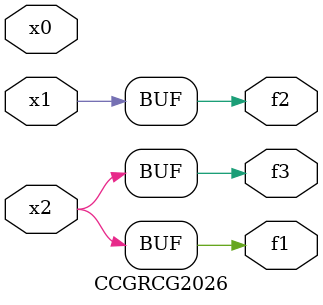
<source format=v>
module CCGRCG2026(
	input x0, x1, x2,
	output f1, f2, f3
);
	assign f1 = x2;
	assign f2 = x1;
	assign f3 = x2;
endmodule

</source>
